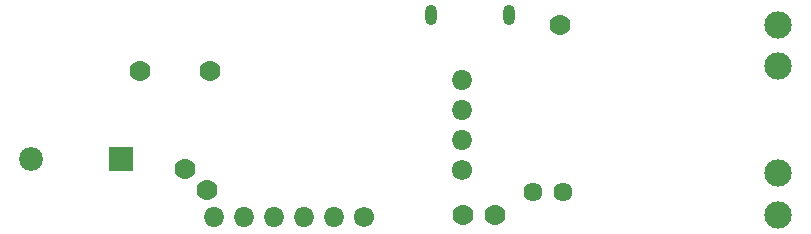
<source format=gbs>
%TF.GenerationSoftware,KiCad,Pcbnew,(5.1.9)-1*%
%TF.CreationDate,2021-05-22T10:51:53+02:00*%
%TF.ProjectId,SPD_DC_MotorHBridge,5350445f-4443-45f4-9d6f-746f72484272,rev?*%
%TF.SameCoordinates,Original*%
%TF.FileFunction,Soldermask,Bot*%
%TF.FilePolarity,Negative*%
%FSLAX46Y46*%
G04 Gerber Fmt 4.6, Leading zero omitted, Abs format (unit mm)*
G04 Created by KiCad (PCBNEW (5.1.9)-1) date 2021-05-22 10:51:53*
%MOMM*%
%LPD*%
G01*
G04 APERTURE LIST*
%ADD10C,2.318000*%
%ADD11O,1.718000X1.718000*%
%ADD12C,1.718000*%
%ADD13C,1.768000*%
%ADD14O,1.018000X1.718000*%
%ADD15C,1.618000*%
%ADD16C,2.018000*%
G04 APERTURE END LIST*
D10*
%TO.C,J1*%
X66294000Y-2215000D03*
X66294000Y-5715000D03*
%TD*%
D11*
%TO.C,J4*%
X18542000Y-18491200D03*
X21082000Y-18491200D03*
X23622000Y-18491200D03*
X26162000Y-18491200D03*
X28702000Y-18491200D03*
D12*
X31242000Y-18491200D03*
%TD*%
D13*
%TO.C,VM1*%
X12242800Y-6096000D03*
%TD*%
%TO.C,T1*%
X16052800Y-14427200D03*
%TD*%
%TO.C,T0*%
X17983200Y-16154400D03*
%TD*%
%TO.C,MP3*%
X42367200Y-18338800D03*
%TD*%
%TO.C,MP2*%
X39624000Y-18351500D03*
%TD*%
%TO.C,IM1*%
X18186400Y-6096000D03*
%TD*%
%TO.C,MP1*%
X47853600Y-2184400D03*
%TD*%
D14*
%TO.C,J5*%
X36893500Y-1397000D03*
X43493500Y-1397000D03*
%TD*%
D10*
%TO.C,J2*%
X66294000Y-14788000D03*
X66294000Y-18288000D03*
%TD*%
D11*
%TO.C,J3*%
X39522400Y-6858000D03*
X39522400Y-9398000D03*
X39522400Y-11938000D03*
D12*
X39522400Y-14478000D03*
%TD*%
D15*
%TO.C,C3*%
X48056800Y-16357600D03*
X45556800Y-16357600D03*
%TD*%
D16*
%TO.C,BZ1*%
X3068000Y-13589000D03*
G36*
G01*
X11677000Y-12589000D02*
X11677000Y-14589000D01*
G75*
G02*
X11668000Y-14598000I-9000J0D01*
G01*
X9668000Y-14598000D01*
G75*
G02*
X9659000Y-14589000I0J9000D01*
G01*
X9659000Y-12589000D01*
G75*
G02*
X9668000Y-12580000I9000J0D01*
G01*
X11668000Y-12580000D01*
G75*
G02*
X11677000Y-12589000I0J-9000D01*
G01*
G37*
%TD*%
M02*

</source>
